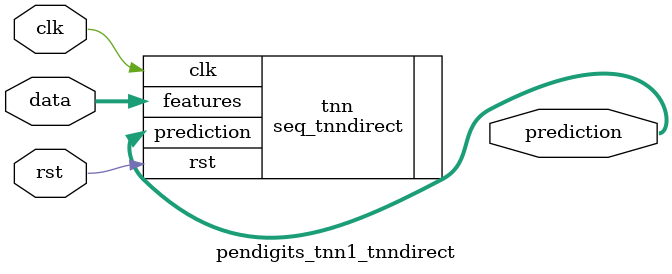
<source format=v>












module pendigits_tnn1_tnndirect #(

parameter FEAT_CNT = 16,
parameter HIDDEN_CNT = 40,
parameter FEAT_BITS = 4,
parameter CLASS_CNT = 10,
parameter TEST_CNT = 1000




  ) (
  input clk,
  input rst,
  input [FEAT_CNT*FEAT_BITS-1:0] data,
  output [$clog2(CLASS_CNT)-1:0] prediction
  );

  seq_tnndirect #(
      .FEAT_CNT(FEAT_CNT),.FEAT_BITS(FEAT_BITS),.HIDDEN_CNT(HIDDEN_CNT),.CLASS_CNT(CLASS_CNT),
  .SPARSE_VALS(640'b0100100000101010010010000000101001100001000010101001001000010001000100000000000010010010100000010100100100100101100010101111010001001101110000001011001010100101010110100000001110101001000010101111101100010000010010100101001010100000000110100000010000000110010000010011100010001011110100000110110110000010101000000000101010100100000110100001000000011010110000101011110010110000000011010100101000000000111010001111010010100001100000000100000101101000010000000000111011111000000100110001000001011000010010101100000010101100000001100001011000000001101000000010011000000000000110101110111110000101000100000101101010110010000000110101000001001001),
  .MASK(640'b1111100110101011111110101011111111110001100110111011001100010011101110011010010011011011100000111110100101101111101011111111010111001111111110101011101111111111111110110101111110111011001111111111111100011111010111111111111111111111100110101110111000010110111111110011101110011011110110111111110110011110111110101000101111111110101110110011101010011010111101111011111011111111010111011111101010000001111011011111111111101001100000001111111101101011110101110001111011111011101101111111100011111101111110101111000111111100100011101111111101000001111011101110011010100000100111111111111111011111111110100111111111110011010000111111110101101101),
  .NONZERO_CNT(640'h0b0d0a0808090b0c0c0e0d0c0d0e0c090d0b0c0a0d080d0d080e060d0a0d0c0b0a0a0b080f0d090c),
  .SPARSE_VALS2(208'b0111001101000010010001110110101010101100000001110111100101000001100011101000110111110011111010001010111010111000100010011010000011011010101010110100110011011100010101011001000111100100000000100010000010100101),  // Bits of not-zeroes
  .COL_INDICES(1664'h25201f1e191716151311100f0c070605040327252322201e1d1c1b1a191817151211100f0e0d0b080604241f1d1c1b191817150e0c0706040302002522201b191817161514131211100f0e0c0b0a080706050127231f1e1a1816110f0e0c0a0907020100272321201f1e1d1c1b1a1716151413110f0e0d0b0a0503021f1e1d1c171615130f0e0c0a090806050403020100271e1c191714130f0e0d0c0b0807060504030201002321201c1a17161312110f0e0c0a0908070605010027201d1b1817161312110e0c0b0a08070504030201), // Column of non-zeros
  .ROW_PTRS(88'hd0bea6957d6c543f2a1500) // Column of non-zeros // Start indices per row
      ) tnn (
    .clk(clk),
    .rst(rst),
    .features(data),
    .prediction(prediction)
  );

endmodule

</source>
